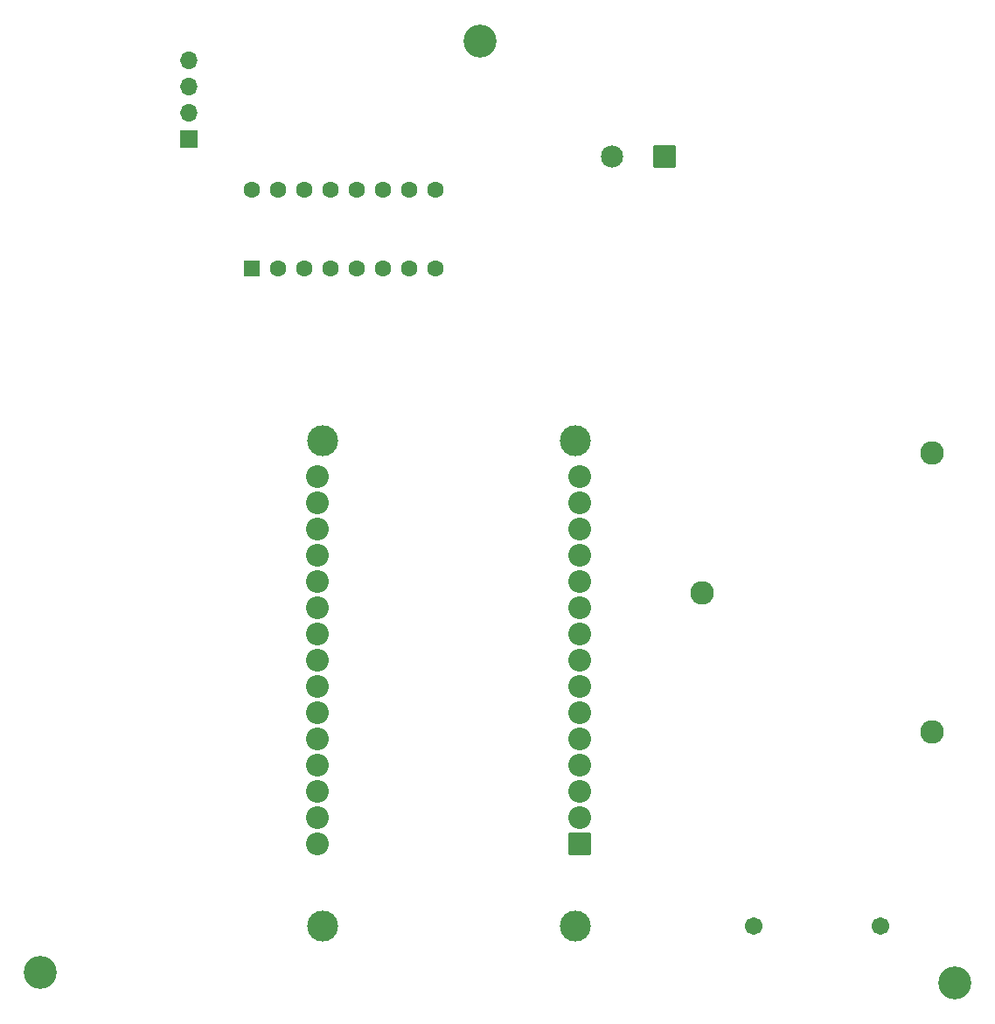
<source format=gbr>
%TF.GenerationSoftware,KiCad,Pcbnew,9.0.0*%
%TF.CreationDate,2025-03-03T21:57:05-05:00*%
%TF.ProjectId,Espacio inmersivo_esp 32,45737061-6369-46f2-9069-6e6d65727369,rev?*%
%TF.SameCoordinates,Original*%
%TF.FileFunction,Soldermask,Top*%
%TF.FilePolarity,Negative*%
%FSLAX46Y46*%
G04 Gerber Fmt 4.6, Leading zero omitted, Abs format (unit mm)*
G04 Created by KiCad (PCBNEW 9.0.0) date 2025-03-03 21:57:05*
%MOMM*%
%LPD*%
G01*
G04 APERTURE LIST*
G04 Aperture macros list*
%AMRoundRect*
0 Rectangle with rounded corners*
0 $1 Rounding radius*
0 $2 $3 $4 $5 $6 $7 $8 $9 X,Y pos of 4 corners*
0 Add a 4 corners polygon primitive as box body*
4,1,4,$2,$3,$4,$5,$6,$7,$8,$9,$2,$3,0*
0 Add four circle primitives for the rounded corners*
1,1,$1+$1,$2,$3*
1,1,$1+$1,$4,$5*
1,1,$1+$1,$6,$7*
1,1,$1+$1,$8,$9*
0 Add four rect primitives between the rounded corners*
20,1,$1+$1,$2,$3,$4,$5,0*
20,1,$1+$1,$4,$5,$6,$7,0*
20,1,$1+$1,$6,$7,$8,$9,0*
20,1,$1+$1,$8,$9,$2,$3,0*%
G04 Aperture macros list end*
%ADD10C,3.200000*%
%ADD11C,3.000000*%
%ADD12RoundRect,0.102000X1.000000X1.000000X-1.000000X1.000000X-1.000000X-1.000000X1.000000X-1.000000X0*%
%ADD13C,2.204000*%
%ADD14C,2.290000*%
%ADD15C,1.712000*%
%ADD16RoundRect,0.250000X0.550000X-0.550000X0.550000X0.550000X-0.550000X0.550000X-0.550000X-0.550000X0*%
%ADD17C,1.600000*%
%ADD18RoundRect,0.102000X0.975000X0.975000X-0.975000X0.975000X-0.975000X-0.975000X0.975000X-0.975000X0*%
%ADD19C,2.154000*%
%ADD20R,1.700000X1.700000*%
%ADD21O,1.700000X1.700000*%
G04 APERTURE END LIST*
D10*
%TO.C,*%
X84200000Y-30800000D03*
%TD*%
%TO.C,*%
X130200000Y-122000000D03*
%TD*%
D11*
%TO.C,U1*%
X93450000Y-116440000D03*
X93450000Y-69490000D03*
X68940000Y-116440000D03*
X68940000Y-69490000D03*
D12*
X93870000Y-108480000D03*
D13*
X93870000Y-105940000D03*
X93870000Y-103400000D03*
X93870000Y-100860000D03*
X93870000Y-98320000D03*
X93870000Y-95780000D03*
X93870000Y-93240000D03*
X93870000Y-90700000D03*
X93870000Y-88160000D03*
X93870000Y-85620000D03*
X93870000Y-83080000D03*
X93870000Y-80540000D03*
X93870000Y-78000000D03*
X93870000Y-75460000D03*
X93870000Y-72920000D03*
X68470000Y-72920000D03*
X68470000Y-75460000D03*
X68470000Y-78000000D03*
X68470000Y-80540000D03*
X68470000Y-83080000D03*
X68470000Y-85620000D03*
X68470000Y-88160000D03*
X68470000Y-90700000D03*
X68470000Y-93240000D03*
X68470000Y-95780000D03*
X68470000Y-98320000D03*
X68470000Y-100860000D03*
X68470000Y-103400000D03*
X68470000Y-105940000D03*
X68470000Y-108480000D03*
%TD*%
D14*
%TO.C,BT2*%
X128000000Y-70700000D03*
X105650000Y-84190000D03*
X128000000Y-97670000D03*
D15*
X110650000Y-116500000D03*
X123000000Y-116500000D03*
%TD*%
D16*
%TO.C,U2*%
X62110000Y-52805000D03*
D17*
X64650000Y-52805000D03*
X67190000Y-52805000D03*
X69730000Y-52805000D03*
X72270000Y-52805000D03*
X74810000Y-52805000D03*
X77350000Y-52805000D03*
X79890000Y-52805000D03*
X79890000Y-45185000D03*
X77350000Y-45185000D03*
X74810000Y-45185000D03*
X72270000Y-45185000D03*
X69730000Y-45185000D03*
X67190000Y-45185000D03*
X64650000Y-45185000D03*
X62110000Y-45185000D03*
%TD*%
D10*
%TO.C,REF\u002A\u002A*%
X41600000Y-121000000D03*
%TD*%
D18*
%TO.C,J2*%
X102027500Y-41975000D03*
D19*
X96947500Y-41975000D03*
%TD*%
D20*
%TO.C,J1*%
X55975000Y-40300000D03*
D21*
X55975000Y-37760000D03*
X55975000Y-35220000D03*
X55975000Y-32680000D03*
%TD*%
M02*

</source>
